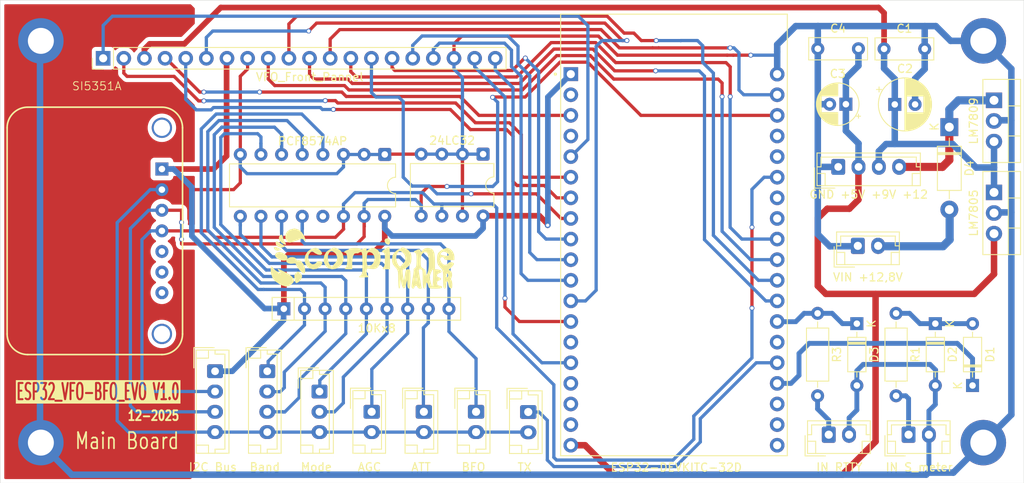
<source format=kicad_pcb>
(kicad_pcb (version 20241229) (generator "pcbnew") (generator_version "9.0")
  (layers (0 "F.Cu" signal) (2 "B.Cu" signal) (13 "F.Paste" user) (15 "B.Paste" user) (5 "F.SilkS" user "F.Silkscreen") (7 "B.SilkS" user "B.Silkscreen") (1 "F.Mask" user) (3 "B.Mask" user) (25 "Edge.Cuts" user))
  (net 0 "")
  (net 1 "+9V")
  (net 2 "GND")
  (net 3 "+5V")
  (net 4 "Net-(D4-A)")
  (net 5 "Net-(D1-A)")
  (net 6 "METER")
  (net 7 "Net-(J5-Pin_1)")
  (net 8 "Net-(J6-Pin_1)")
  (net 9 "Net-(J8-Pin_1)")
  (net 10 "CLK")
  (net 11 "Net-(J2-Pin_2)")
  (net 12 "SDA")
  (net 13 "SCL")
  (net 14 "+3.3V")
  (net 15 "Net-(J2-Pin_3)")
  (net 16 "DT")
  (net 17 "SW_STEP")
  (net 18 "CLK-2")
  (net 19 "DT-2")
  (net 20 "SW_BAND")
  (net 21 "SW_MODE")
  (net 22 "SW_AGC")
  (net 23 "SW_ATT")
  (net 24 "SW_SCAN")
  (net 29 "SW_RTTY_CW")
  (net 31 "SCK")
  (net 32 "D{slash}C")
  (net 33 "TX")
  (net 34 "Net-(J3-Pin_1)")
  (net 37 "MOSI")
  (net 42 "RST")
  (net 43 "CS")
  (net 48 "RTTY IN")
  (net 49 "Net-(J2-Pin_1)")
  (net 50 "Net-(J3-Pin_2)")
  (net 51 "Net-(J4-Pin_1)")
  (net 54 "+12V")
  (net 56 "Net-(J9-Pin_1)")
  (footprint "Connector_JST:JST_EH_B2B-EH-A_1x02_P2.50mm_Vertical" (layer "F.Cu") (at 195.3006 112.522)
    (property "Reference" "J9")
    (property "Value" "IN S_meter")
  )
  (footprint "Connector_JST:JST_EH_B2B-EH-A_1x02_P2.50mm_Vertical" (layer "F.Cu") (at 142.063725 109.702619 -90)
    (property "Reference" "J6")
    (property "Value" "BFO")
  )
  (footprint "Capacitor_THT:C_Rect_L7.0mm_W2.5mm_P5.00mm" (layer "F.Cu") (at 189.127086 64.973027 180)
    (property "Reference" "C4")
    (property "Value" "100nF")
  )
  (footprint "Connector_JST:JST_EH_B4B-EH-A_1x04_P2.50mm_Vertical" (layer "F.Cu") (at 116.365027 104.702619 -90)
    (property "Reference" "J2")
    (property "Value" "Band")
  )
  (footprint "Package_TO_SOT_THT:TO-220-3_Vertical" (layer "F.Cu") (at 205.812829 71.325464 -90)
    (property "Reference" "U3")
    (property "Value" "LM7809")
  )
  (footprint "Connector_JST:JST_EH_B3B-EH-A_1x03_P2.50mm_Vertical" (layer "F.Cu") (at 122.789701 107.202619 -90)
    (property "Reference" "J3")
    (property "Value" "Mode")
  )
  (footprint "Connector_PinHeader_2.54mm:PinHeader_1x20_P2.54mm_Vertical" (layer "F.Cu") (at 96.1688 66.1444 90)
    (property "Reference" "J12")
    (property "Value" "VFO_Front_Pannel")
  )
  (footprint "Connector_JST:JST_EH_B4B-EH-A_1x04_P2.50mm_Vertical" (layer "F.Cu") (at 109.940352 104.702619 -90)
    (property "Reference" "J1")
    (property "Value" "I2C Bus")
  )
  (footprint "-Loghi personali:Scorpione Maker_40X20" (layer "F.Cu") (at 128.016 91.1352)
    (property "Reference" "G***" (hide yes))
    (property "Value" "LOGO" (hide yes))
  )
  (footprint "-Periferial_Module:si5351a_Module" (layer "F.Cu") (at 103.397 100.1096 90)
    (property "Reference" "M1" (hide yes))
    (property "Value" "Si5351A module" (hide yes))
  )
  (footprint "MountingHole:MountingHole_3.2mm_M3_DIN965_Pad_TopBottom" (layer "F.Cu") (at 88.5 113.5 180)
    (property "Reference" "H2")
    (property "Value" "MountingHole_Pad" (hide yes))
  )
  (footprint "Connector_JST:JST_EH_B4B-EH-A_1x04_P2.50mm_Vertical" (layer "F.Cu") (at 186.6392 79.5274)
    (property "Reference" "J11")
    (property "Value" "GND +5V +9V +12")
  )
  (footprint "Resistor_THT:R_Axial_DIN0207_L6.3mm_D2.5mm_P10.16mm_Horizontal" (layer "F.Cu") (at 184.10297 97.571 -90)
    (property "Reference" "R3")
    (property "Value" "1K")
  )
  (footprint "Capacitor_THT:CP_Radial_D6.3mm_P2.50mm" (layer "F.Cu") (at 193.601286 71.831027)
    (property "Reference" "C2")
    (property "Value" "220uF 16V")
  )
  (footprint "Connector_JST:JST_EH_B2B-EH-A_1x02_P2.50mm_Vertical" (layer "F.Cu") (at 135.639051 109.702619 -90)
    (property "Reference" "J5")
    (property "Value" "ATT")
  )
  (footprint "-ESP32_Module:MODULE_ESP32-DEVKITC-32D" (layer "F.Cu") (at 166.4252 87.8602)
    (property "Reference" "U1")
    (property "Value" "ESP32-DEVKITC-32D")
  )
  (footprint "MountingHole:MountingHole_3.2mm_M3_DIN965_Pad_TopBottom" (layer "F.Cu") (at 204.5 113.5 180)
    (property "Reference" "H1")
    (property "Value" "MountingHole_Pad" (hide yes))
  )
  (footprint "Connector_JST:JST_EH_B2B-EH-A_1x02_P2.50mm_Vertical" (layer "F.Cu") (at 189.0522 89.2556)
    (property "Reference" "J10")
    (property "Value" "VIN +12,8V")
  )
  (footprint "Capacitor_THT:CP_Radial_D5.0mm_P2.00mm" (layer "F.Cu") (at 187.582199 71.805627 180)
    (property "Reference" "C3")
    (property "Value" "100uF 10V")
  )
  (footprint "Package_DIP:DIP-8_W7.62mm" (layer "F.Cu") (at 142.9302 77.9554 -90)
    (property "Reference" "U5")
    (property "Value" "24LC32")
  )
  (footprint "Diode_THT:D_DO-35_SOD27_P7.62mm_Horizontal" (layer "F.Cu") (at 188.93247 98.841 -90)
    (property "Reference" "D3")
    (property "Value" "3.3V")
  )
  (footprint "Connector_JST:JST_EH_B2B-EH-A_1x02_P2.50mm_Vertical" (layer "F.Cu") (at 185.47457 112.522)
    (property "Reference" "J8")
    (property "Value" "IN RTTY")
  )
  (footprint "MountingHole:MountingHole_3.2mm_M3_DIN965_Pad_TopBottom" (layer "F.Cu") (at 88.5 64 180)
    (property "Reference" "H4")
    (property "Value" "MountingHole_Pad" (hide yes))
  )
  (footprint "Capacitor_THT:C_Rect_L7.0mm_W2.5mm_P5.00mm" (layer "F.Cu") (at 192.283665 64.987627)
    (property "Reference" "C1")
    (property "Value" "100nF")
  )
  (footprint "Package_TO_SOT_THT:TO-220-3_Vertical" (layer "F.Cu") (at 205.812829 82.671464 -90)
    (property "Reference" "U4")
    (property "Value" "LM7805")
  )
  (footprint "Diode_THT:D_DO-41_SOD81_P10.16mm_Horizontal" (layer "F.Cu") (at 200.314229 74.627464 -90)
    (property "Reference" "D4")
    (property "Value" "1N4007")
  )
  (footprint "Connector_JST:JST_EH_B2B-EH-A_1x02_P2.50mm_Vertical" (layer "F.Cu") (at 129.214376 109.702619 -90)
    (property "Reference" "J4")
    (property "Value" "AGC")
  )
  (footprint "MountingHole:MountingHole_3.2mm_M3_DIN965_Pad_TopBottom" (layer "F.Cu") (at 204.5 64 180)
    (property "Reference" "H3")
    (property "Value" "MountingHole_Pad" (hide yes))
  )
  (footprint "Package_DIP:DIP-16_W7.62mm" (layer "F.Cu") (at 130.8282 77.9958 -90)
    (property "Reference" "U2")
    (property "Value" "PCF8574AP")
  )
  (footprint "Resistor_THT:R_Axial_DIN0207_L6.3mm_D2.5mm_P10.16mm_Horizontal" (layer "F.Cu") (at 193.76197 97.571 -90)
    (property "Reference" "R1")
    (property "Value" "1K")
  )
  (footprint "Resistor_THT:R_Array_SIP9" (layer "F.Cu") (at 118.4076 97.0122)
    (property "Reference" "RN1")
    (property "Value" "10Kx8")
  )
  (footprint "Diode_THT:D_DO-35_SOD27_P7.62mm_Horizontal" (layer "F.Cu") (at 203.17097 106.461 90)
    (property "Reference" "D1")
    (property "Value" "1N4148")
  )
  (footprint "Connector_JST:JST_EH_B2B-EH-A_1x02_P2.50mm_Vertical" (layer "F.Cu") (at 148.4884 109.728 -90)
    (property "Reference" "J7")
    (property "Value" "TX")
  )
  (footprint "Diode_THT:D_DO-35_SOD27_P7.62mm_Horizontal" (layer "F.Cu") (at 198.59147 98.841 -90)
    (property "Reference" "D2")
    (property "Value" "3.3V")
  )
  (gr_rect (start 83.4954 58.9894) (end 209.4954 118.4894) (stroke (width 0.05)) (fill no) (layer "Edge.Cuts"))
  (gr_text "12-2025" (at 102.362 110.879175 0) (layer "F.SilkS") (effects (font (size 1.2 0.9) (thickness 0.225) (bold yes)) (justify bottom)))
  (gr_text "Main Board" (at 92.583 114.4524 0) (layer "F.SilkS") (effects (font (size 2 1.5) (thickness 0.2)) (justify left bottom)))
  (gr_text "ESP32_VFO-BFO_EVO V1.0" (at 95.5294 108.4072 0) (layer "F.SilkS" knockout) (effects (font (size 2 1) (thickness 0.25) (bold yes)) (justify bottom)))
  (segment (start 101.2488 66.1444) (end 101.2488 65.0196) (width 0.7) (layer "F.Cu") (net 1))
  (segment (start 106.172 64.3636) (end 110.6424 59.8932) (width 0.7) (layer "F.Cu") (net 1))
  (segment (start 101.9048 64.3636) (end 106.172 64.3636) (width 0.7) (layer "F.Cu") (net 1))
  (segment (start 101.2488 65.0196) (end 101.9048 64.3636) (width 0.7) (layer "F.Cu") (net 1))
  (segment (start 192.283665 60.559265) (end 192.283665 64.987627) (width 0.7) (layer "F.Cu") (net 1))
  (segment (start 110.6424 59.8932) (end 191.6176 59.8932) (width 0.7) (layer "F.Cu") (net 1))
  (segment (start 191.6176 59.8932) (end 192.283665 60.559265) (width 0.7) (layer "F.Cu") (net 1))
  (segment (start 193.601286 68.709486) (end 193.601286 71.831027) (width 0.8) (layer "B.Cu") (net 1))
  (segment (start 192.283665 67.391865) (end 193.601286 68.709486) (width 0.8) (layer "B.Cu") (net 1))
  (segment (start 191.6392 77.6008) (end 191.6392 79.5274) (width 0.8) (layer "B.Cu") (net 1))
  (segment (start 193.5988 71.833513) (end 193.601286 71.831027) (width 0.8) (layer "B.Cu") (net 1))
  (segment (start 205.8162 82.668093) (end 205.812829 82.671464) (width 0.8) (layer "B.Cu") (net 1))
  (segment (start 205.8162 76.408835) (end 205.8162 82.668093) (width 0.8) (layer "B.Cu") (net 1))
  (segment (start 200.7108 76.708) (end 192.532 76.708) (width 0.8) (layer "B.Cu") (net 1))
  (segment (start 192.532 76.708) (end 191.6392 77.6008) (width 0.8) (layer "B.Cu") (net 1))
  (segment (start 205.8162 79.6036) (end 203.6064 79.6036) (width 0.8) (layer "B.Cu") (net 1))
  (segment (start 193.5988 76.708) (end 193.5988 71.833513) (width 0.8) (layer "B.Cu") (net 1))
  (segment (start 192.283665 64.987627) (end 192.283665 67.391865) (width 0.8) (layer "B.Cu") (net 1))
  (segment (start 203.6064 79.6036) (end 200.7108 76.708) (width 0.8) (layer "B.Cu") (net 1))
  (segment (start 205.891293 76.327) (end 205.812829 76.405464) (width 0.8) (layer "B.Cu") (net 1))
  (segment (start 205.812829 76.405464) (end 205.8162 76.408835) (width 0.8) (layer "B.Cu") (net 1))
  (segment (start 135.31 77.9554) (end 130.869 77.9554) (width 0.4) (layer "F.Cu") (net 2))
  (segment (start 130.8282 77.9958) (end 130.8281 77.9957) (width 0.4) (layer "F.Cu") (net 2))
  (segment (start 172.971596 65.7634) (end 159.4678 65.7634) (width 0.4) (layer "F.Cu") (net 2))
  (segment (start 140.3902 81.2652) (end 140.3902 77.9554) (width 0.4) (layer "F.Cu") (net 2))
  (segment (start 157.115 63.4106) (end 140.3046 63.4106) (width 0.4) (layer "F.Cu") (net 2))
  (segment (start 135.3102 77.9554) (end 135.31 77.9554) (width 0.4) (layer "F.Cu") (net 2))
  (segment (start 113.048 68.3588) (end 113.9444 67.4624) (width 0.4) (layer "F.Cu") (net 2))
  (segment (start 113.0482 81.4976) (end 113.0482 77.9958) (width 0.4) (layer "F.Cu") (net 2))
  (segment (start 142.9302 77.9554) (end 142.93 77.9554) (width 0.4) (layer "F.Cu") (net 2))
  (segment (start 130.8281 77.9957) (end 130.828 77.9958) (width 0.4) (layer "F.Cu") (net 2))
  (segment (start 125.7482 77.9958) (end 125.748 77.9958) (width 0.4) (layer "F.Cu") (net 2))
  (segment (start 113.9444 66.1492) (end 113.949 66.1446) (width 0.4) (layer "F.Cu") (net 2))
  (segment (start 113.0482 77.9958) (end 113.048 77.9958) (width 0.4) (layer "F.Cu") (net 2))
  (segment (start 173.71901 65.7644) (end 172.972596 65.7644) (width 0.4) (layer "F.Cu") (net 2))
  (segment (start 113.9444 67.4624) (end 113.9444 66.1492) (width 0.4) (layer "F.Cu") (net 2))
  (segment (start 103.397 82.3296) (end 112.2162 82.3296) (width 0.4) (layer "F.Cu") (net 2))
  (segment (start 173.72001 65.7634) (end 173.71901 65.7644) (width 0.4) (layer "F.Cu") (net 2))
  (segment (start 140.3046 63.4106) (end 139.3488 64.3664) (width 0.4) (layer "F.Cu") (net 2))
  (segment (start 139.3488 64.3664) (end 139.3488 66.1444) (width 0.4) (layer "F.Cu") (net 2))
  (segment (start 175.8738 65.7634) (end 173.72001 65.7634) (width 0.4) (layer "F.Cu") (net 2))
  (segment (start 140.39 81.2654) (end 140.3902 81.2652) (width 0.4) (layer "F.Cu") (net 2))
  (segment (start 159.4678 65.7634) (end 157.115 63.4106) (width 0.4) (layer "F.Cu") (net 2))
  (segment (start 113.048 77.9958) (end 113.048 68.3588) (width 0.4) (layer "F.Cu") (net 2))
  (segment (start 172.972596 65.7644) (end 172.971596 65.7634) (width 0.4) (layer "F.Cu") (net 2))
  (segment (start 140.39 85.5754) (end 140.39 81.2654) (width 0.4) (layer "F.Cu") (net 2))
  (segment (start 113.949 66.1446) (end 113.9488 66.1444) (width 0.4) (layer "F.Cu") (net 2))
  (segment (start 140.3902 85.5754) (end 140.39 85.5754) (width 0.4) (layer "F.Cu") (net 2))
  (segment (start 112.2162 82.3296) (end 113.0482 81.4976) (width 0.4) (layer "F.Cu") (net 2))
  (segment (start 130.869 77.9554) (end 130.8281 77.9957) (width 0.4) (layer "F.Cu") (net 2))
  (segment (start 140.39 81.2654) (end 140.39 77.9554) (width 0.4) (layer "F.Cu") (net 2))
  (via (at 175.8738 65.7634) (size 0.6) (drill 0.4) (layers "F.Cu" "B.Cu") (net 2))
  (segment (start 137.8502 77.9554) (end 135.3102 77.9554) (width 0.4) (layer "B.Cu") (net 2))
  (segment (start 113.8726 80.3684) (end 113.0482 79.544) (width 0.4) (layer "B.Cu") (net 2))
  (segment (start 101.955 82.3296) (end 103.397 82.3296) (width 0.4) (layer "B.Cu") (net 2))
  (segment (start 197.4596 117.4496) (end 197.7136 117.1956) (width 0.8) (layer "B.Cu") (net 2))
  (segment (start 187.9854 110.4392) (end 188.93247 109.49213) (width 0.6) (layer "B.Cu") (net 2))
  (segment (start 184.127086 71.8058) (end 184.127086 79.6036) (width 0.8) (layer "B.Cu") (net 2))
  (segment (start 113.0482 79.544) (end 113.0482 77.9958) (width 0.4) (layer "B.Cu") (net 2))
  (segment (start 197.8006 109.5902) (end 197.8006 112.522) (width 0.6) (layer "B.Cu") (net 2))
  (segment (start 200.4742 64) (end 204.5 64) (width 0.8) (layer "B.Cu") (net 2))
  (segment (start 179.0996 65.7634) (end 179.125 65.738) (width 0.4) (layer "B.Cu") (net 2))
  (segment (start 97.8916 86.393) (end 101.955 82.3296) (width 0.4) (layer "B.Cu") (net 2))
  (segment (start 184.127259 71.805627) (end 185.582199 71.805627) (width 0.8) (layer "B.Cu") (net 2))
  (segment (start 97.8916 110.7948) (end 97.8916 86.393) (width 0.4) (layer "B.Cu") (net 2))
  (segment (start 205.891293 85.133) (end 205.812829 85.211464) (width 0.8) (layer "B.Cu") (net 2))
  (segment (start 198.628 104.5464) (end 198.628 106.42447) (width 0.6) (layer "B.Cu") (net 2))
  (segment (start 142.9302 77.9554) (end 140.3902 77.9554) (width 0.4) (layer "B.Cu") (net 2))
  (segment (start 207.9498 110.0582) (end 204.508 113.5) (width 0.8) (layer "B.Cu") (net 2))
  (segment (start 88.5 113.5) (end 88.5 113.646) (width 0.8) (layer "B.Cu") (net 2))
  (segment (start 205.891293 73.787) (end 205.812829 73.865464) (width 0.8) (layer "B.Cu") (net 2))
  (segment (start 186.237162 79.252362) (end 186.5122 79.5274) (width 0.8) (layer "B.Cu") (net 2))
  (segment (start 204.5 113.508) (end 204.5 113.5) (width 0.8) (layer "B.Cu") (net 2))
  (segment (start 204.508 113.5) (end 204.5 113.5) (width 0.8) (layer "B.Cu") (net 2))
  (segment (start 186.5122 79.5274) (end 186.6392 79.5274) (width 0.8) (layer "B.Cu") (net 2))
  (segment (start 184.127086 87.835686) (end 185.5978 89.3064) (width 0.8) (layer "B.Cu") (net 2))
  (segment (start 128.2882 77.9958) (end 125.7482 77.9958) (width 0.4) (layer "B.Cu") (net 2))
  (segment (start 187.9854 112.51617) (end 187.9854 110.4392) (width 0.6) (layer "B.Cu") (net 2))
  (segment (start 197.283665 64.987627) (end 197.283665 67.473648) (width 0.8) (layer "B.Cu") (net 2))
  (segment (start 149.1488 112.228) (end 149.123419 112.202619) (width 0.4) (layer "B.Cu") (net 2))
  (segment (start 197.8006 112.522) (end 197.8006 117.1086) (width 0.6) (layer "B.Cu") (net 2))
  (segment (start 197.283665 62.202735) (end 197.283665 64.987627) (width 0.8) (layer "B.Cu") (net 2))
  (segment (start 88.3964 113.3964) (end 88.3964 62.6036) (width 0.8) (layer "B.Cu") (net 2))
  (segment (start 198.59147 106.461) (end 198.59147 108.79933) (width 0.6) (layer "B.Cu") (net 2))
  (segment (start 125.7482 77.9958) (end 125.7482 79.5418) (width 0.4) (layer "B.Cu") (net 2))
  (segment (start 88.5 113.646) (end 92.3036 117.4496) (width 0.8) (layer "B.Cu") (net 2))
  (segment (start 184.127086 79.6036) (end 184.127086 87.835686) (width 0.8) (layer "B.Cu") (net 2))
  (segment (start 184.127086 64.973027) (end 184.127086 62.202114) (width 0.8) (layer "B.Cu") (net 2))
  (segment (start 186.6392 79.5274) (end 184.203286 79.5274) (width 0.8) (layer "B.Cu") (net 2))
  (segment (start 207.9498 73.787) (end 205.891293 73.787) (width 0.8) (layer "B.Cu") (net 2))
  (segment (start 207.9498 67.4498) (end 207.9498 110.0582) (width 0.8) (layer "B.Cu") (net 2))
  (segment (start 197.283665 67.473648) (end 196.101286 68.656027) (width 0.8) (layer "B.Cu") (net 2))
  (segment (start 200.8124 117.1956) (end 204.5 113.508) (width 0.8) (layer "B.Cu") (net 2))
  (segment (start 184.127086 71.8058) (end 184.127259 71.805627) (width 0.8) (layer "B.Cu") (net 2))
  (segment (start 139.3488 67.4906) (end 140.3902 68.532) (width 0.4) (layer "B.Cu") (net 2))
  (segment (start 181.4068 62.1792) (end 184.15 62.1792) (width 0.8) (layer "B.Cu") (net 2))
  (segment (start 179.125 68.1002) (end 179.125 65.3314) (width 0.8) (layer "B.Cu") (net 2))
  (segment (start 179.125 64.461) (end 181.4068 62.1792) (width 0.8) (layer "B.Cu") (net 2))
  (segment (start 197.945 103.8634) (end 198.628 104.5464) (width 0.6) (layer "B.Cu") (net 2))
  (segment (start 179.125 68.1006) (end 179.125 68.1002) (width 0.8) (layer "B.Cu") (net 2))
  (segment (start 140.3902 77.9554) (end 137.8502 77.9554) (width 0.4) (layer "B.Cu") (net 2))
  (segment (start 185.5978 89.3064) (end 189.0014 89.3064) (width 0.8) (layer "B.Cu") (net 2))
  (segment (start 184.203286 79.5274) (end 184.127086 79.6036) (width 0.8) (layer "B.Cu") (net 2))
  (segment (start 139.3488 66.1444) (end 139.3488 67.4906) (width 0.4) (layer "B.Cu") (net 2))
  (segment (start 140.3902 68.532) (end 140.3902 77.9554) (width 0.4) (layer "B.Cu") (net 2))
  (segment (start 187.82437 112.6772) (end 187.9854 112.51617) (width 0.6) (layer "B.Cu") (net 2))
  (segment (start 184.127086 64.973027) (end 184.127086 71.8058) (width 0.8) (layer "B.Cu") (net 2))
  (segment (start 197.3072 62.1792) (end 197.283665 62.202735) (width 0.8) (layer "B.Cu") (net 2))
  (segment (start 188.93247 109.49213) (end 188.93247 104.64073) (width 0.6) (layer "B.Cu") (net 2))
  (segment (start 196.101286 68.656027) (end 196.101286 71.831027) (width 0.8) (layer "B.Cu") (net 2))
  (segment (start 184.127086 62.202114) (end 184.15 62.1792) (width 0.8) (layer "B.Cu") (net 2))
  (segment (start 130.8282 77.9958) (end 128.2882 77.9958) (width 0.4) (layer "B.Cu") (net 2))
  (segment (start 109.940352 112.202619) (end 99.299419 112.202619) (width 0.4) (layer "B.Cu") (net 2))
  (segment (start 188.93247 104.64073) (end 189.7098 103.8634) (width 0.6) (layer "B.Cu") (net 2))
  (segment (start 207.9498 85.133) (end 205.891293 85.133) (width 0.8) (layer "B.Cu") (net 2))
  (segment (start 99.299419 112.202619) (end 97.8916 110.7948) (width 0.4) (layer "B.Cu") (net 2))
  (segment (start 88.5 113.5) (end 88.3964 113.3964) (width 0.8) (layer "B.Cu") (net 2))
  (segment (start 189.0014 89.3064) (end 189.0522 89.2556) (width 0.8) (layer "B.Cu") (net 2))
  (segment (start 92.3036 117.4496) (end 197.4596 117.4496) (width 0.8) (layer "B.Cu") (net 2))
  (segment (start 124.9216 80.3684) (end 113.8726 80.3684) (width 0.4) (layer "B.Cu") (net 2))
  (segment (start 125.7482 79.5418) (end 124.9216 80.3684) (width 0.4) (layer "B.Cu") (net 2))
  (segment (start 179.125 65.738) (end 179.125 65.3314) (width 0.4) (layer "B.Cu") (net 2))
  (segment (start 179.1252 68.1002) (end 179.125 68.1002) (width 0.4) (layer "B.Cu") (net 2))
  (segment (start 197.7136 117.1956) (end 200.8124 117.1956) (width 0.8) (layer "B.Cu") (net 2))
  (segment (start 198.628 106.42447) (end 198.59147 106.461) (width 0.6) (layer "B.Cu") (net 2))
  (segment (start 204.5 64) (end 207.9498 67.4498) (width 0.8) (layer "B.Cu") (net 2))
  (segment (start 175.8738 65.7634) (end 179.0996 65.7634) (width 0.4) (layer "B.Cu") (net 2))
  (segment (start 198.59147 108.79933) (end 197.8006 109.5902) (width 0.6) (layer "B.Cu") (net 2))
  (segment (start 184.15 62.1792) (end 198.6534 62.1792) (width 0.8) (layer "B.Cu") (net 2))
  (segment (start 179.125 65.3314) (end 179.125 64.461) (width 0.8) (layer "B.Cu") (net 2))
  (segment (start 149.123419 112.202619) (end 109.940352 112.202619) (width 0.4) (layer "B.Cu") (net 2))
  (segment (start 198.6534 62.1792) (end 200.4742 64) (width 0.8) (layer "B.Cu") (net 2))
  (segment (start 197.8006 117.1086) (end 197.7136 117.1956) (width 0.6) (layer "B.Cu") (net 2))
  (segment (start 189.7098 103.8634) (end 197.945 103.8634) (width 0.6) (layer "B.Cu") (net 2))
  (segment (start 187.1544 117.4496) (end 191.2366 113.3674) (width 0.8) (layer "F.Cu") (net 3))
  (segment (start 185.293 84.6836) (end 188.0108 84.6836) (width 0.8) (layer "F.Cu") (net 3))
  (segment (start 189.1284 83.566) (end 189.1284 79.5382) (width 0.8) (layer "F.Cu") (net 3))
  (segment (start 191.2366 95.1738) (end 185.1152 95.1738) (width 0.8) (layer "F.Cu") (net 3))
  (segment (start 153.725 113.8202) (end 155.4762 113.8202) (width 0.8) (layer "F.Cu") (net 3))
  (segment (start 191.2366 95.1738) (end 203.3778 95.1738) (width 0.8) (layer "F.Cu") (net 3))
  (segment (start 185.1152 95.1738) (end 184.1246 94.1832) (width 0.8) (layer "F.Cu") (net 3))
  (segment (start 189.1284 79.5382) (end 189.1392 79.5274) (width 0.8) (layer "F.Cu") (net 3))
  (segment (start 184.1246 94.1832) (end 184.1246 85.852) (width 0.8) (layer "F.Cu") (net 3))
  (segment (start 159.1056 117.4496) (end 187.1544 117.4496) (width 0.8) (layer "F.Cu") (net 3))
  (segment (start 205.8162 92.7354) (end 205.8162 87.754835) (width 0.8) (layer "F.Cu") (net 3))
  (segment (start 155.4762 113.8202) (end 159.1056 117.4496) (width 0.8) (layer "F.Cu") (net 3))
  (segment (start 205.8162 87.754835) (end 205.812829 87.751464) (width 0.8) (layer "F.Cu") (net 3))
  (segment (start 184.1246 85.852) (end 185.293 84.6836) (width 0.8) (layer "F.Cu") (net 3))
  (segment (start 203.4286 95.123) (end 205.8162 92.7354) (width 0.8) (layer "F.Cu") (net 3))
  (segment (start 203.3778 95.1738) (end 203.4286 95.123) (width 0.8) (layer "F.Cu") (net 3))
  (segment (start 188.0108 84.6836) (end 189.1284 83.566) (width 0.8) (layer "F.Cu") (net 3))
  (segment (start 191.2366 113.3674) (end 191.2366 95.1738) (width 0.8) (layer "F.Cu") (net 3))
  (segment (start 187.582199 75.085599) (end 189.1392 76.6426) (width 0.8) (layer "B.Cu") (net 3))
  (segment (start 187.582199 68.602201) (end 187.582199 71.805627) (width 0.8) (layer "B.Cu") (net 3))
  (segment (start 187.582199 71.805627) (end 187.582199 75.085599) (width 0.8) (layer "B.Cu") (net 3))
  (segment (start 189.127086 67.057314) (end 187.582199 68.602201) (width 0.8) (layer "B.Cu") (net 3))
  (segment (start 189.127086 64.973027) (end 189.127086 67.057314) (width 0.8) (layer "B.Cu") (net 3))
  (segment (start 189.1392 76.6426) (end 189.1392 79.5274) (width 0.8) (layer "B.Cu") (net 3))
  (segment (start 199.5424 89.3064) (end 200.3552 88.4936) (width 1) (layer "B.Cu") (net 4))
  (segment (start 191.603 89.3064) (end 199.5424 89.3064) (width 1) (layer "B.Cu") (net 4))
  (segment (start 191.5522 89.2556) (end 191.603 89.3064) (width 0.8) (layer "B.Cu") (net 4))
  (segment (start 200.3552 84.828435) (end 200.314229 84.787464) (width 1) (layer "B.Cu") (net 4))
  (segment (start 200.3552 88.4936) (end 200.3552 84.828435) (width 1) (layer "B.Cu") (net 4))
  (segment (start 198.59147 98.841) (end 196.69057 98.841) (width 0.6) (layer "B.Cu") (net 5))
  (segment (start 195.42057 97.571) (end 193.76197 97.571) (width 0.6) (layer "B.Cu") (net 5))
  (segment (start 196.69057 98.841) (end 195.42057 97.571) (width 0.6) (layer "B.Cu") (net 5))
  (segment (start 203.17097 98.841) (end 198.59147 98.841) (width 0.6) (layer "B.Cu") (net 5))
  (segment (start 183.055 101.2726) (end 181.8132 102.5144) (width 0.6) (layer "B.Cu") (net 6))
  (segment (start 203.1746 106.45737) (end 203.1746 103.1478) (width 0.6) (layer "B.Cu") (net 6))
  (segment (start 181.8132 105.214) (end 180.827 106.2002) (width 0.6) (layer "B.Cu") (net 6))
  (segment (start 180.827 106.2002) (end 179.1252 106.2002) (width 0.6) (layer "B.Cu") (net 6))
  (segment (start 203.17097 106.461) (end 203.1746 106.45737) (width 0.6) (layer "B.Cu") (net 6))
  (segment (start 181.8132 102.5144) (end 181.8132 105.214) (width 0.6) (layer "B.Cu") (net 6))
  (segment (start 201.2994 101.2726) (end 183.055 101.2726) (width 0.6) (layer "B.Cu") (net 6))
  (segment (start 203.1746 103.1478) (end 201.2994 101.2726) (width 0.6) (layer "B.Cu") (net 6))
  (segment (start 179.1252 106.2002) (end 179.125 106.2002) (width 0.6) (layer "B.Cu") (net 6))
  (segment (start 136.188 98.7464) (end 136.188 90.9998) (width 0.4) (layer "B.Cu") (net 7))
  (segment (start 135.0036 89.8154) (end 118.722 89.8154) (width 0.4) (layer "B.Cu") (net 7))
  (segment (start 135.5852 109.702619) (end 135.5852 99.3492) (width 0.4) (layer "B.Cu") (net 7))
  (segment (start 136.188 90.9998) (end 135.0036 89.8154) (width 0.4) (layer "B.Cu") (net 7))
  (segment (start 118.128 89.2214) (end 118.128 87.4186) (width 0.4) (layer "B.Cu") (net 7))
  (segment (start 118.722 89.8154) (end 118.128 89.2214) (width 0.4) (layer "B.Cu") (net 7))
  (segment (start 118.1282 87.4184) (end 118.1282 85.6158) (width 0.4) (layer "B.Cu") (net 7))
  (segment (start 135.608648 109.702619) (end 135.5852 109.702619) (width 0.4) (layer "B.Cu") (net 7))
  (segment (start 118.128 87.4186) (end 118.128 85.6158) (width 0.4) (layer "B.Cu") (net 7))
  (segment (start 135.5852 99.3492) (end 136.188 98.7464) (width 0.4) (layer "B.Cu") (net 7))
  (segment (start 136.188 98.7464) (end 136.1876 98.746) (width 0.4) (layer "B.Cu") (net 7))
  (segment (start 136.1876 98.746) (end 136.1876 97.0122) (width 0.4) (layer "B.Cu") (net 7))
  (segment (start 118.128 87.4186) (end 118.1282 87.4184) (width 0.4) (layer "B.Cu") (net 7))
  (segment (start 138.728 90.06) (end 137.6824 89.0144) (width 0.4) (layer "B.Cu") (net 8))
  (segment (start 120.6682 87.1517) (end 120.6682 85.6158) (width 0.4) (layer "B.Cu") (net 8))
  (segment (start 120.668 87.1519) (end 120.6682 87.1517) (width 0.4) (layer "B.Cu") (net 8))
  (segment (start 142.063725 103.149325) (end 142.063725 109.702619) (width 0.4) (layer "B.Cu") (net 8))
  (segment (start 138.728 99.8136) (end 142.063725 103.149325) (width 0.4) (layer "B.Cu") (net 8))
  (segment (start 138.728 97.0122) (end 138.728 90.06) (width 0.4) (layer "B.Cu") (net 8))
  (segment (start 138.7276 97.0122) (end 138.728 97.0122) (width 0.4) (layer "B.Cu") (net 8))
  (segment (start 120.668 87.1519) (end 120.668 85.6158) (width 0.4) (layer "B.Cu") (net 8))
  (segment (start 120.668 88.688) (end 120.668 87.1519) (width 0.4) (layer "B.Cu") (net 8))
  (segment (start 138.728 97.0122) (end 138.728 99.8136) (width 0.4) (layer "B.Cu") (net 8))
  (segment (start 137.6824 89.0144) (end 120.995 89.0144) (width 0.4) (layer "B.Cu") (net 8))
  (segment (start 120.995 89.0144) (end 120.668 88.688) (width 0.4) (layer "B.Cu") (net 8))
  (segment (start 184.0992 109.347) (end 185.4708 110.7186) (width 0.6) (layer "B.Cu") (net 9))
  (segment (start 184.0992 107.731) (end 184.0992 109.347) (width 0.6) (layer "B.Cu") (net 9))
  (segment (start 185.4708 110.7186) (end 185.4708 111.9374) (width 0.6) (layer "B.Cu") (net 9))
  (segment (start 155.829 62.1284) (end 155.829 76.1564) (width 0.4) (layer "B.Cu") (net 10))
  (segment (start 155.829 76.1564) (end 153.7252 78.2602) (width 0.4) (layer "B.Cu") (net 10))
  (segment (start 96.1688 62.0986) (end 97.3074 60.96) (width 0.4) (layer "B.Cu") (net 10))
  (segment (start 154.6606 60.96) (end 155.829 62.1284) (width 0.4) (layer "B.Cu") (net 10))
  (segment (start 96.1688 66.1444) (end 96.1688 62.0986) (width 0.4) (layer "B.Cu") (net 10))
  (segment (start 97.3074 60.96) (end 154.6606 60.96) (width 0.4) (layer "B.Cu") (net 10))
  (segment (start 118.4656 104.8004) (end 123.488 99.778) (width 0.4) (layer "B.Cu") (net 11))
  (segment (start 109.045 75.1812) (end 110.4138 73.8124) (width 0.4) (layer "B.Cu") (net 11))
  (segment (start 116.499474 107.227) (end 117.9694 107.227) (width 0.4) (layer "B.Cu") (net 11))
  (segment (start 123.488 94.3526) (end 122.9676 93.8322) (width 0.4) (layer "B.Cu") (net 11))
  (segment (start 110.4138 73.8124) (end 118.7958 73.8124) (width 0.4) (layer "B.Cu") (net 11))
  (segment (start 123.488 99.778) (end 123.488 97.0122) (width 0.4) (layer "B.Cu") (net 11))
  (segment (start 109.045 87.3058) (end 109.045 75.1812) (width 0.4) (layer "B.Cu") (net 11))
  (segment (start 122.9676 93.8322) (end 115.571 93.8322) (width 0.4) (layer "B.Cu") (net 11))
  (segment (start 118.4656 106.7308) (end 118.4656 104.8004) (width 0.4) (layer "B.Cu") (net 11))
  (segment (start 117.9694 107.227) (end 118.4656 106.7308) (width 0.4) (layer "B.Cu") (net 11))
  (segment (start 118.7958 73.8124) (end 120.668 75.6846) (width 0.4) (layer "B.Cu") (net 11))
  (segment (start 123.488 97.0122) (end 123.488 94.3526) (width 0.4) (layer "B.Cu") (net 11))
  (segment (start 120.668 77.9958) (end 120.6682 77.9958) (width 0.4) (layer "B.Cu") (net 11))
  (segment (start 120.668 75.6846) (end 120.668 77.9958) (width 0.4) (layer "B.Cu") (net 11))
  (segment (start 116.475093 107.202619) (end 116.499474 107.227) (width 0.4) (layer "B.Cu") (net 11))
  (segment (start 116.647152 107.202619) (end 116.475093 107.202619) (width 0.4) (layer "B.Cu") (net 11))
  (segment (start 115.571 93.8322) (end 109.045 87.3058) (width 0.4) (layer "B.Cu") (net 11))
  (segment (start 123.4876 97.0122) (end 123.488 97.0122) (width 0.4) (layer "B.Cu") (net 11))
  (segment (start 136.1525 81.9391) (end 135.3102 82.7814) (width 0.4) (layer "F.Cu") (net 12))
  (segment (start 127.399 89.0162) (end 128.288 88.127) (width 0.4) (layer "F.Cu") (net 12))
  (segment (start 105.831 89.0162) (end 127.399 89.0162) (width 0.4) (layer "F.Cu") (net 12))
  (segment (start 105.8164 86.36) (end 105.8164 84.8868) (width 0.4) (layer "F.Cu") (net 12))
  (segment (start 144.106303 70.9168) (end 148.1074 70.9168) (width 0.4) (layer "F.Cu") (net 12))
  (segment (start 105.7992 84.8696) (end 103.397 84.8696) (width 0.4) (layer "F.Cu") (net 12))
  (segment (start 105.8164 84.8868) (end 105.7992 84.8696) (width 0.4) (layer "F.Cu") (net 12))
  (segment (start 105.8164 89.0016) (end 105.831 89.0162) (width 0.4) (layer "F.Cu") (net 12))
  (segment (start 152.4 66.6242) (end 155.7938 66.6242) (width 0.4) (layer "F.Cu") (net 12))
  (segment (start 144.106303 70.9493) (end 144.106303 70.9168) (width 0.4) (layer "F.Cu") (net 12))
  (segment (start 135.3102 82.7814) (end 135.3102 85.5754) (width 0.4) (layer "F.Cu") (net 12))
  (segment (start 128.288 85.6158) (end 128.288 86.8714) (width 0.4) (layer "F.Cu") (net 12))
  (segment (start 128.288 88.127) (end 128.288 86.8714) (width 0.4) (layer "F.Cu") (net 12))
  (segment (start 105.8164 88.4428) (end 105.8164 89.0016) (width 0.4) (layer "F.Cu") (net 12))
  (segment (start 148.1074 70.9168) (end 152.4 66.6242) (width 0.4) (layer "F.Cu") (net 12))
  (segment (start 128.288 86.8714) (end 128.2882 86.8712) (width 0.4) (layer "F.Cu") (net 12))
  (segment (start 155.7938 66.6242) (end 162.3498 73.1802) (width 0.4) (layer "F.Cu") (net 12))
  (segment (start 128.2882 86.8712) (end 128.2882 85.6158) (width 0.4) (layer "F.Cu") (net 12))
  (segment (start 162.3498 73.1802) (end 179.1252 73.1802) (width 0.4) (layer "F.Cu") (net 12))
  (segment (start 138.4791 81.9391) (end 136.1525 81.9391) (width 0.4) (layer "F.Cu") (net 12))
  (via (at 105.8164 88.4428) (size 0.6) (drill 0.4) (layers "F.Cu" "B.Cu") (net 12))
  (via (at 138.4791 81.9391) (size 0.6) (drill 0.4) (layers "F.Cu" "B.Cu") (net 12))
  (via (at 144.106303 70.9493) (size 0.6) (drill 0.4) (layers "F.Cu" "B.Cu") (net 12))
  (via (at 105.8164 86.36) (size 0.6) (drill 0.4) (layers "F.Cu" "B.Cu") (net 12))
  (segment (start 144.1281 81.9391) (end 138.4791 81.9391) (width 0.4) (layer "B.Cu") (net 12))
  (segment (start 100.253819 109.702619) (end 99.5172 108.966) (width 0.4) (layer "B.Cu") (net 12))
  (segment (start 144.106303 70.9493) (end 144.7226 71.565597) (width 0.4) (layer "B.Cu") (net 12))
  (segment (start 109.940352 109.702619) (end 100.253819 109.702619) (width 0.4) (layer "B.Cu") (net 12))
  (segment (start 134.599 83.5434) (end 135.31 84.2546) (width 0.4) (layer "B.Cu") (net 12))
  (segment (start 144.7082 73.7526) (end 144.7082 81.359) (width 0.4) (layer "B.Cu") (net 12))
  (segment (start 105.8164 86.36) (end 105.8164 88.4428) (width 0.4) (layer "B.Cu") (net 12))
  (segment (start 128.2882 85.6158) (end 128.288 85.6158) (width 0.4) (layer "B.Cu") (net 12))
  (segment (start 99.5172 108.966) (end 99.5172 87.122) (width 0.4) (layer "B.Cu") (net 12))
  (segment (start 128.288 85.6158) (end 128.288 84.0122) (width 0.4) (layer "B.Cu") (net 12))
  (segment (start 101.7696 84.8696) (end 103.397 84.8696) (width 0.4) (layer "B.Cu") (net 12))
  (segment (start 135.31 84.2546) (end 135.31 85.5754) (width 0.4) (layer "B.Cu") (net 12))
  (segment (start 128.288 84.0122) (end 128.757 83.5434) (width 0.4) (layer "B.Cu") (net 12))
  (segment (start 144.7082 81.359) (end 144.1281 81.9391) (width 0.4) (layer "B.Cu") (net 12))
  (segment (start 109.915971 109.727) (end 109.940352 109.702619) (width 0.4) (layer "B.Cu") (net 12))
  (segment (start 135.3102 85.5754) (end 135.31 85.5754) (width 0.4) (layer "B.Cu") (net 12))
  (segment (start 99.5172 87.122) (end 101.7696 84.8696) (width 0.4) (layer "B.Cu") (net 12))
  (segment (start 144.7226 71.565597) (end 144.7226 73.7382) (width 0.4) (layer "B.Cu") (net 12))
  (segment (start 109.881 109.727) (end 109.915971 109.727) (width 0.4) (layer "B.Cu") (net 12))
  (segment (start 128.757 83.5434) (end 134.599 83.5434) (width 0.4) (layer "B.Cu") (net 12))
  (segment (start 144.7226 73.7382) (end 144.7082 73.7526) (width 0.4) (layer "B.Cu") (net 12))
  (segment (start 124.757 88.2034) (end 125.76 87.201) (width 0.4) (layer "F.Cu") (net 13))
  (segment (start 125.748 86.4026) (end 125.748 85.6158) (width 0.4) (layer "F.Cu") (net 13))
  (segment (start 109.922 88.2034) (end 124.757 88.2034) (width 0.4) (layer "F.Cu") (net 13))
  (segment (start 125.76 87.201) (end 125.748 87.1894) (width 0.4) (layer "F.Cu") (net 13))
  (segment (start 125.7482 86.4024) (end 125.7482 85.6158) (width 0.4) (layer "F.Cu") (net 13))
  (segment (start 125.748 86.4026) (end 125.7482 86.4024) (width 0.4) (layer "F.Cu") (net 13))
  (segment (start 109.1282 87.4096) (end 103.397 87.4096) (width 0.4) (layer "F.Cu") (net 13))
  (segment (start 176.022 96.9264) (end 176.022 86.9696) (width 0.4) (layer "F.Cu") (net 13))
  (segment (start 109.922 88.2034) (end 109.1282 87.4096) (width 0.4) (layer "F.Cu") (net 13))
  (segment (start 125.748 87.1894) (end 125.748 86.4026) (width 0.4) (layer "F.Cu") (net 13))
  (via (at 176.022 86.9696) (size 0.6) (drill 0.4) (layers "F.Cu" "B.Cu") (net 13))
  (via (at 176.022 96.9264) (size 0.6) (drill 0.4) (layers "F.Cu" "B.Cu") (net 13))
  (segment (start 125.748 85.6158) (end 125.748 85.5181) (width 0.4) (layer "B.Cu") (net 13))
  (segment (start 101.767019 107.202619) (end 100.9396 106.3752) (width 0.4) (layer "B.Cu") (net 13))
  (segment (start 151.9696 115.6476) (end 151.638 115.316) (width 0.4) (layer "B.Cu") (net 13))
  (segment (start 125.748 85.6156) (end 125.748 85.5181) (width 0.4) (layer "B.Cu") (net 13))
  (segment (start 136.8789 84.0961) (end 137.9291 84.0961) (width 0.4) (layer "B.Cu") (net 13))
  (segment (start 109.915971 107.227) (end 109.286 107.227) (width 0.4) (layer "B.Cu") (net 13))
  (segment (start 144.6066 99.3438) (end 144.6066 84.5848) (width 0.4) (layer "B.Cu") (net 13))
  (segment (start 176.022 103.058015) (end 168.8636 110.216415) (width 0.4) (layer "B.Cu") (net 13))
  (segment (start 100.9396 88.4936) (end 102.0236 87.4096) (width 0.4) (layer "B.Cu") (net 13))
  (segment (start 166.2996 115.6476) (end 151.9696 115.6476) (width 0.4) (layer "B.Cu") (net 13))
  (segment (start 176.022 86.9696) (end 176.022 82.296) (width 0.4) (layer "B.Cu") (net 13))
  (segment (start 100.9396 106.3752) (end 100.9396 88.4936) (width 0.4) (layer "B.Cu") (net 13))
  (segment (start 102.0236 87.4096) (end 103.397 87.4096) (width 0.4) (layer "B.Cu") (net 13))
  (segment (start 137.85 84.8134) (end 137.8502 84.8136) (width 0.4) (layer "B.Cu") (net 13))
  (segment (start 144.1179 84.0961) (end 137.9291 84.0961) (width 0.4) (layer "B.Cu") (net 13))
  (segment (start 151.638 115.316) (end 151.638 106.3752) (width 0.4) (layer "B.Cu") (net 13))
  (segment (start 125.748 84.1138) (end 127.1594 82.7024) (width 0.4) (layer "B.Cu") (net 13))
  (segment (start 109.940352 107.202619) (end 101.767019 107.202619) (width 0.4) (layer "B.Cu") (net 13))
  (segment (start 135.4852 82.7024) (end 136.8789 84.0961) (width 0.4) (layer "B.Cu") (net 13))
  (segment (start 125.7482 85.6158) (end 125.748 85.6156) (width 0.4) (layer "B.Cu") (net 13))
  (segment (start 137.8502 84.8136) (end 137.8502 85.5754) (width 0.4) (layer "B.Cu") (net 13))
  (segment (start 176.022 96.9264) (end 176.022 96.8756) (width 0.4) (layer "B.Cu") (net 13))
  (segment (start 137.85 84.1752) (end 137.85 84.8134) (width 0.4) (layer "B.Cu") (net 13))
  (segment (start 125.748 85.5181) (end 125.748 84.1138) (width 0.4) (layer "B.Cu") (net 13))
  (segment (start 137.9291 84.0961) (end 137.85 84.1752) (width 0.4) (layer "B.Cu") (net 13))
  (segment (start 168.8636 113.0836) (end 166.2996 115.6476) (width 0.4) (layer "B.Cu") (net 13))
  (segment (start 144.6066 84.5848) (end 144.1179 84.0961) (width 0.4) (layer "B.Cu") (net 13))
  (segment (start 176.022 82.296) (end 177.5178 80.8002) (width 0.4) (layer "B.Cu") (net 13))
  (segment (start 177.5178 80.8002) (end 179.1252 80.8002) (width 0.4) (layer "B.Cu") (net 13))
  (segment (start 168.8636 110.216415) (end 168.8636 113.0836) (width 0.4) (layer "B.Cu") (net 13))
  (segment (start 137.85 84.8134) (end 137.85 85.5754) (width 0.4) (layer "B.Cu") (net 13))
  (segment (start 127.1594 82.7024) (end 135.4852 82.7024) (width 0.4) (layer "B.Cu") (net 13))
  (segment (start 176.022 96.9264) (end 176.022 103.058015) (width 0.4) (layer "B.Cu") (net 13))
  (segment (start 109.940352 107.202619) (end 109.915971 107.227) (width 0.4) (layer "B.Cu") (net 13))
  (segment (start 151.638 106.3752) (end 144.6066 99.3438) (width 0.4) (layer "B.Cu") (net 13))
  (segment (start 142.9556 85.55) (end 142.9302 85.5754) (width 0.4) (layer "F.Cu") (net 14))
  (segment (start 103.397 79.7896) (end 109.752 79.7896) (width 0.7) (layer "F.Cu") (net 14))
  (segment (start 118.408 93.9539) (end 118.408 90.8956) (width 0.7) (layer "F.Cu") (net 14))
  (segment (start 130.8282 85.6158) (end 130.828 85.6158) (width 0.4) (layer "F.Cu") (net 14))
  (segment (start 149.8628 85.55) (end 142.9556 85.55) (width 0.7) (layer "F.Cu") (net 14))
  (segment (start 150.876 86.5632) (end 149.8628 85.55) (width 0.7) (layer "F.Cu") (net 14))
  (segment (start 118.4076 93.9543) (end 118.4076 97.0122) (width 0.7) (layer "F.Cu") (net 14))
  (segment (start 111.358 78.184) (end 111.358 66.1956) (width 0.7) (layer "F.Cu") (net 14))
  (segment (start 118.408 97.0122) (end 118.408 93.9539) (width 0.4) (layer "F.Cu") (net 14))
  (segment (start 130.828 88.7112) (end 130.828 85.6158) (width 0.7) (layer "F.Cu") (net 14))
  (segment (start 111.358 66.1956) (end 111.409 66.1446) (width 0.4) (layer "F.Cu") (net 14))
  (segment (start 118.408 93.9539) (end 118.4076 93.9543) (width 0.4) (layer "F.Cu") (net 14))
  (segment (start 118.408 90.8956) (end 119.1336 90.17) (width 0.7) (layer "F.Cu") (net 14))
  (segment (start 109.752 79.7896) (end 111.358 78.184) (width 0.7) (layer "F.Cu") (net 14))
  (segment (start 111.4088 66.1444) (end 111.409 66.1446) (width 0.4) (layer "F.Cu") (net 14))
  (segment (start 150.876 86.7156) (end 150.876 86.5632) (width 0.7) (layer "F.Cu") (net 14))
  (segment (start 129.3692 90.17) (end 130.828 88.7112) (width 0.7) (layer "F.Cu") (net 14))
  (segment (start 119.1336 90.17) (end 129.3692 90.17) (width 0.7) (layer "F.Cu") (net 14))
  (via (at 150.876 86.7156) (size 0.6) (drill 0.4) (layers "F.Cu" "B.Cu") (net 14))
  (segment (start 150.9058 70.9196) (end 153.7252 68.1002) (width 0.7) (layer "B.Cu") (net 14))
  (segment (start 141.993 88.0364) (end 142.93 87.0994) (width 0.7) (layer "B.Cu") (net 14))
  (segment (start 130.8282 86.2246) (end 130.8282 85.6158) (width 0.4) (layer "B.Cu") (net 14))
  (segment (start 150.876 86.7156) (end 150.9058 86.6858) (width 0.7) (layer "B.Cu") (net 14))
  (segment (start 104.834 79.7896) (end 103.397 79.7896) (width 0.7) (layer "B.Cu") (net 14))
  (segment (start 142.93 87.0994) (end 142.93 86.9756) (width 0.4) (layer "B.Cu") (net 14))
  (segment (start 118.408 97.0126) (end 118.3726 96.9772) (width 0.4) (layer "B.Cu") (net 14))
  (segment (start 142.9302 85.5754) (end 142.9302 86.9754) (width 0.7) (layer "B.Cu") (net 14))
  (segment (start 112.060981 104.702619) (end 109.940352 104.702619) (width 0.7) (layer "B.Cu") (net 14))
  (segment (start 118.3726 96.9772) (end 118.3726 98.391) (width 0.7) (layer "B.Cu") (net 14))
  (segment (start 107.0864 82.042) (end 104.834 79.7896) (width 0.7) (layer "B.Cu") (net 14))
  (segment (start 109.940352 104.702619) (end 109.915971 104.727) (width 0.4) (layer "B.Cu") (net 14))
  (segment (start 142.93 86.9756) (end 142.93 85.5754) (width 0.4) (layer "B.Cu") (net 14))
  (segment (start 107.0864 88.0364) (end 107.0864 82.042) (width 0.7) (layer "B.Cu") (net 14))
  (segment (start 130.828 87.138551) (end 131.725849 88.0364) (width 0.7) (layer "B.Cu") (net 14))
  (segment (start 150.9058 86.6858) (end 150.9058 70.9196) (width 0.7) (layer "B.Cu") (net 14))
  (segment (start 131.725849 88.0364) (end 141.993 88.0364) (width 0.7) (layer "B.Cu") (net 14))
  (segment (start 116.0272 96.9772) (end 107.0864 88.0364) (width 0.7) (layer "B.Cu") (net 14))
  (segment (start 118.4076 97.0122) (end 118.3726 96.9772) (width 0.4) (layer "B.Cu") (net 14))
  (segment (start 142.9302 86.9754) (end 142.93 86.9756) (width 0.4) (layer "B.Cu") (net 14))
  (segment (start 130.828 86.2248) (end 130.828 87.138551) (width 0.7) (layer "B.Cu") (net 14))
  (segment (start 130.828 86.2248) (end 130.8282 86.2246) (width 0.4) (layer "B.Cu") (net 14))
  (segment (start 118.3726 98.391) (end 112.060981 104.702619) (width 0.7) (layer "B.Cu") (net 14))
  (segment (start 130.828 85.6158) (end 130.828 86.2248) (width 0.4) (layer "B.Cu") (net 14))
  (segment (start 118.3726 96.9772) (end 116.0272 96.9772) (width 0.7) (layer "B.Cu") (net 14))
  (segment (start 126.028 93.5398) (end 125.5194 93.0312) (width 0.4) (layer "B.Cu") (net 15))
  (segment (start 109.846 75.558814) (end 110.744 74.660814) (width 0.4) (layer "B.Cu") (net 15))
  (segment (start 118.128 75.5068) (end 118.128 76.2297) (width 0.4) (layer "B.Cu") (net 15))
  (segment (start 125.5194 93.0312) (end 115.903 93.0312) (width 0.4) (layer "B.Cu") (net 15))
  (segment (start 110.767815 74.637) (end 117.2582 74.637) (width 0.4) (layer "B.Cu") (net 15))
  (segment (start 110.744 74.660814) (end 110.744 74.6506) (width 0.4) (layer "B.Cu") (net 15))
  (segment (start 118.5174 109.727) (end 120.2944 107.95) (width 0.4) (layer "B.Cu") (net 15))
  (segment (start 120.2944 105.7986) (end 126.028 100.065) (width 0.4) (layer "B.Cu") (net 15))
  (segment (start 110.754214 74.6506) (end 110.767815 74.637) (width 0.4) (layer "B.Cu") (net 15))
  (segment (start 118.304815 109.727) (end 118.5174 109.727) (width 0.4) (layer "B.Cu") (net 15))
  (segment (start 118.128 76.2297) (end 118.128 77.9958) (width 0.4) (layer "B.Cu") (net 15))
  (segment (start 126.028 100.065) (end 126.028 97.0122) (width 0.4) (layer "B.Cu") (net 15))
  (segment (start 116.647152 109.702619) (end 118.280434 109.702619) (width 0.4) (layer "B.Cu") (net 15))
  (segment (start 118.280434 109.702619) (end 118.304815 109.727) (width 0.4) (layer "B.Cu") (net 15))
  (segment (start 117.2582 74.637) (end 118.128 75.5068) (width 0.4) (layer "B.Cu") (net 15))
  (segment (start 118.1282 75.507) (end 118.1282 77.9958) (width 0.4) (layer "B.Cu") (net 15))
  (segment (start 120.2944 107.95) (end 120.2944 105.7986) (width 0.4) (layer "B.Cu") (net 15))
  (segment (start 126.028 97.0122) (end 126.028 93.5398) (width 0.4) (layer "B.Cu") (net 15))
  (segment (start 118.128 75.5068) (end 118.1282 75.507) (width 0.4) (layer "B.Cu") (net 15))
  (segment (start 126.0276 97.0122) (end 126.028 97.0122) (width 0.4) (layer "B.Cu") (net 15))
  (segment (start 115.903 93.0312) (end 109.846 86.974) (width 0.4) (layer "B.Cu") (net 15))
  (segment (start 109.846 86.974) (end 109.846 75.558814) (width 0.4) (layer "B.Cu") (net 15))
  (segment (start 110.744 74.6506) (end 110.754214 74.6506) (width 0.4) (layer "B.Cu") (net 15))
  (segment (start 124.753404 71.362604) (end 125.0421 71.6513) (width 0.4) (layer "F.Cu") (net 16))
  (segment (start 108.5596 71.3994) (end 107.9246 71.3994) (width 0.4) (layer "F.Cu") (net 16))
  (segment (start 147.6292 80.5716) (end 147.8578 80.8002) (width 0.4) (layer "F.Cu") (net 16))
  (segment (start 98.7088 67.9748) (end 98.7088 66.1444) (width 0.4) (layer "F.Cu") (net 16))
  (segment (start 139.5471 71.6513) (end 141.9876 74.0918) (width 0.4) (layer "F.Cu") (net 16))
  (segment (start 146.177 74.0918) (end 147.6292 75.544) (width 0.4) (layer "F.Cu") (net 16))
  (segment (start 123.500726 71.362604) (end 124.753404 71.362604) (width 0.4) (layer "F.Cu") (net 16))
  (segment (start 147.6292 75.544) (end 147.6292 80.5716) (width 0.4) (layer "F.Cu") (net 16))
  (segment (start 104.902 68.3768) (end 99.1108 68.3768) (width 0.4) (layer "F.Cu") (net 16))
  (segment (start 147.8578 80.8002) (end 153.7252 80.8002) (width 0.4) (layer "F.Cu") (net 16))
  (segment (start 99.1108 68.3768) (end 98.7088 67.9748) (width 0.4) (layer "F.Cu") (net 16))
  (segment (start 107.9246 71.3994) (end 104.902 68.3768) (width 0.4) (layer "F.Cu") (net 16))
  (segment (start 141.9876 74.0918) (end 146.177 74.0918) (width 0.4) (layer "F.Cu") (net 16))
  (segment (start 125.0421 71.6513) (end 139.5471 71.6513) (width 0.4) (layer "F.Cu") (net 16))
  (via (at 123.500726 71.362604) (size 0.6) (drill 0.4) (layers "F.Cu" "B.Cu") (net 16))
  (via (at 108.5596 71.3994) (size 0.6) (drill 0.4) (layers "F.Cu" "B.Cu") (net 16))
  (segment (start 123.494182 71.362604) (end 123.500726 71.362604) (width 0.4) (layer "B.Cu") (net 16))
  (segment (start 123.470986 71.3858) (end 123.494182 71.362604) (width 0.4) (layer "B.Cu") (net 16))
  (segment (start 108.5596 71.3994) (end 108.5732 71.3858) (width 0.4) (layer "B.Cu") (net 16))
  (segment (start 108.5732 71.3858) (end 123.470986 71.3858) (width 0.4) (layer "B.Cu") (net 16))
  (segment (start 150.474 81.8162) (end 151.998 83.3402) (width 0.4) (layer "F.Cu") (net 17))
  (segment (start 124.5 72.4523) (end 138.9003 72.4523) (width 0.4) (layer "F.Cu") (net 17))
  (segment (start 145.8214 74.93) (end 146.6132 75.7218) (width 0.4) (layer "F.Cu") (net 17))
  (segment (start 141.378 74.93) (end 145.8214 74.93) (width 0.4) (layer "F.Cu") (net 17))
  (segment (start 151.998 83.3402) (end 153.7252 83.3402) (width 0.4) (layer "F.Cu") (net 17))
  (segment (start 138.9003 72.4523) (end 141.378 74.93) (width 0.4) (layer "F.Cu") (net 17))
  (segment (start 146.6132 75.7218) (end 146.6132 81.3336) (width 0.4) (layer "F.Cu") (net 17))
  (segment (start 146.6132 81.3336) (end 147.0958 81.8162) (width 0.4) (layer "F.Cu") (net 17))
  (segment (start 147.0958 81.8162) (end 150.474 81.8162) (width 0.4) (layer "F.Cu") (net 17))
  (via (at 124.5 72.4523) (size 0.6) (drill 0.4) (layers "F.Cu" "B.Cu") (net 17))
  (segment (start 107.6282 72.5) (end 106.3288 71.2006) (width 0.4) (layer "B.Cu") (net 17))
  (segment (start 123.1507 72.4523) (end 122.9088 72.2104) (width 0.4) (layer "B.Cu") (net 17))
  (segment (start 124.5 72.4523) (end 123.1507 72.4523) (width 0.4) (layer "B.Cu") (net 17))
  (segment (start 109.46063 72.5) (end 107.6282 72.5) (width 0.4) (layer "B.Cu") (net 17))
  (segment (start 109.75023 72.2104) (end 109.46063 72.5) (width 0.4) (layer "B.Cu") (net 17))
  (segment (start 106.3288 71.2006) (end 106.3288 66.1444) (width 0.4) (layer "B.Cu") (net 17))
  (segment (start 122.9088 72.2104) (end 109.75023 72.2104) (width 0.4) (layer "B.Cu") (net 17))
  (segment (start 145.6226 95.7072) (end 145.6226 96.8022) (width 0.4) (layer "F.Cu") (net 18))
  (segment (start 145.6226 96.8022) (end 147.4006 98.5802) (width 0.4) (layer "F.Cu") (net 18))
  (segment (start 147.4006 98.5802) (end 153.7252 98.5802) (width 0.4) (layer "F.Cu") (net 18))
  (via (at 145.6226 95.7072) (size 0.6) (drill 0.4) (layers "F.Cu" "B.Cu") (net 18))
  (segment (start 141.8888 67.1858) (end 141.8888 66.1444) (width 0.4) (layer "B.Cu") (net 18))
  (segment (start 145.6226 95.7072) (end 145.6226 70.9196) (width 0.4) (layer "B.Cu") (net 18))
  (segment (start 145.6226 70.9196) (end 141.8888 67.1858) (width 0.4) (layer "B.Cu") (net 18))
  (segment (start 153.7252 103.6602) (end 150.1692 103.6602) (width 0.4) (layer "B.Cu") (net 19))
  (segment (start 150.1692 103.6602) (end 146.6132 100.1042) (width 0.4) (layer "B.Cu") (net 19))
  (segment (start 144.4288 67.5961) (end 144.4288 66.1444) (width 0.4) (layer "B.Cu") (net 19))
  (segment (start 146.6132 69.7805) (end 144.4288 67.5961) (width 0.4) (layer "B.Cu") (net 19))
  (segment (start 146.6132 100.1042) (end 146.6132 69.7805) (width 0.4) (layer "B.Cu") (net 19))
  (segment (start 141.4524 82.8469) (end 149.4965 82.8469) (width 0.4) (layer "F.Cu") (net 20))
  (segment (start 149.4965 82.8469) (end 152.5298 85.8802) (width 0.4) (layer "F.Cu") (net 20))
  (segment (start 152.5298 85.8802) (end 153.7252 85.8802) (width 0.4) (layer "F.Cu") (net 20))
  (via (at 141.4524 82.8469) (size 0.6) (drill 0.4) (layers "F.Cu" "B.Cu") (net 20))
  (segment (start 133.1004 80.8002) (end 134.1898 81.8896) (width 0.4) (layer "B.Cu") (net 20))
  (segment (start 129.7476 70.9196) (end 132.5416 70.9196) (width 0.4) (layer "B.Cu") (net 20))
  (segment (start 132.5416 70.9196) (end 133.1004 71.4784) (width 0.4) (layer "B.Cu") (net 20))
  (segment (start 129.1888 70.3608) (end 129.7476 70.9196) (width 0.4) (layer "B.Cu") (net 20))
  (segment (start 133.1004 71.4784) (end 133.1004 80.8002) (width 0.4) (layer "B.Cu") (net 20))
  (segment (start 134.1898 81.8896) (end 136.298 81.8896) (width 0.4) (layer "B.Cu") (net 20))
  (segment (start 136.298 81.8896) (end 137.2553 82.8469) (width 0.4) (layer "B.Cu") (net 20))
  (segment (start 137.2553 82.8469) (end 141.4524 82.8469) (width 0.4) (layer "B.Cu") (net 20))
  (segment (start 129.1888 66.1444) (end 129.1888 70.3608) (width 0.4) (layer "B.Cu") (net 20))
  (segment (start 148.052791 66.118509) (end 146.5257 67.6456) (width 0.4) (layer "F.Cu") (net 21))
  (segment (start 146.5257 67.6456) (end 132.0616 67.6456) (width 0.4) (layer "F.Cu") (net 21))
  (segment (start 131.7288 67.3128) (end 131.7288 66.1444) (width 0.4) (layer "F.Cu") (net 21))
  (segment (start 148.1277 66.118509) (end 148.052791 66.118509) (width 0.4) (layer "F.Cu") (net 21))
  (segment (start 132.0616 67.6456) (end 131.7288 67.3128) (width 0.4) (layer "F.Cu") (net 21))
  (via (at 148.1277 66.118509) (size 0.6) (drill 0.4) (layers "F.Cu" "B.Cu") (net 21))
  (segment (start 149.7628 87.5058) (end 150.6772 88.4202) (width 0.4) (layer "B.Cu") (net 21))
  (segment (start 149.7628 67.753609) (end 149.7628 87.5058) (width 0.4) (layer "B.Cu") (net 21))
  (segment (start 148.1277 66.118509) (end 149.7628 67.753609) (width 0.4) (layer "B.Cu") (net 21))
  (segment (start 150.6772 88.4202) (end 153.7252 88.4202) (width 0.4) (layer "B.Cu") (net 21))
  (segment (start 147.2277 66.8466) (end 148.6706 68.2895) (width 0.4) (layer "B.Cu") (net 22))
  (segment (start 147.2277 64.6507) (end 147.2277 66.8466) (width 0.4) (layer "B.Cu") (net 22))
  (segment (start 134.2688 64.5442) (end 135.4146 63.3984) (width 0.4) (layer "B.Cu") (net 22))
  (segment (start 134.2688 66.1444) (end 134.2688 64.5442) (width 0.4) (layer "B.Cu") (net 22))
  (segment (start 148.6706 68.2895) (end 148.6706 90.0712) (width 0.4) (layer "B.Cu") (net 22))
  (segment (start 135.4146 63.3984) (end 145.9754 63.3984) (width 0.4) (layer "B.Cu") (net 22))
  (segment (start 145.9754 63.3984) (end 147.2277 64.6507) (width 0.4) (layer "B.Cu") (net 22))
  (segment (start 149.5596 90.9602) (end 153.7252 90.9602) (width 0.4) (layer "B.Cu") (net 22))
  (segment (start 148.6706 90.0712) (end 149.5596 90.9602) (width 0.4) (layer "B.Cu") (net 22))
  (segment (start 145.56 64.2784) (end 137.5572 64.2784) (width 0.4) (layer "B.Cu") (net 23))
  (segment (start 146.426 67.1786) (end 146.426 65.1444) (width 0.4) (layer "B.Cu") (net 23))
  (segment (start 148.442 93.5002) (end 147.6038 92.662) (width 0.4) (layer "B.Cu") (net 23))
  (segment (start 136.8088 65.0268) (end 136.8088 66.1444) (width 0.4) (layer "B.Cu") (net 23))
  (segment (start 137.5572 64.2784) (end 136.8088 65.0268) (width 0.4) (layer "B.Cu") (net 23))
  (segment (start 153.7252 93.5002) (end 148.442 93.5002) (width 0.4) (layer "B.Cu") (net 23))
  (segment (start 146.426 65.1444) (end 145.56 64.2784) (width 0.4) (layer "B.Cu") (net 23))
  (segment (start 147.6038 68.3564) (end 146.426 67.1786) (width 0.4) (layer "B.Cu") (net 23))
  (segment (start 147.6038 92.662) (end 147.6038 68.3564) (width 0.4) (layer "B.Cu") (net 23))
  (segment (start 160.0768 63.9634) (end 160.6262 63.9634) (width 0.4) (layer "F.Cu") (net 24))
  (segment (start 121.4628 62.7888) (end 122.443 61.8086) (width 0.4) (layer "F.Cu") (net 24))
  (segment (start 160.6262 63.9634) (end 160.6296 63.96) (width 0.4) (layer "F.Cu") (net 24))
  (segment (start 157.922 61.8086) (end 160.0768 63.9634) (width 0.4) (layer "F.Cu") (net 24))
  (segment (start 122.443 61.8086) (end 157.922 61.8086) (width 0.4) (layer "F.Cu") (net 24))
  (via (at 121.4628 62.7888) (size 0.6) (drill 0.4) (layers "F.Cu" "B.Cu") (net 24))
  (via (at 160.6296 63.96) (size 0.6) (drill 0.4) (layers "F.Cu" "B.Cu") (net 24))
  (segment (start 155.5286 96.0402) (end 153.7252 96.0402) (width 0.4) (layer "B.Cu") (net 24))
  (segment (start 109.659 62.7888) (end 108.8688 63.579) (width 0.4) (layer "B.Cu") (net 24))
  (segment (start 108.8688 63.579) (end 108.8688 66.1444) (width 0.4) (layer "B.Cu") (net 24))
  (segment (start 156.845 64.6756) (end 156.845 94.7238) (width 0.4) (layer "B.Cu") (net 24))
  (segment (start 160.6296 63.96) (end 157.5606 63.96) (width 0.4) (layer "B.Cu") (net 24))
  (segment (start 156.845 94.7238) (end 155.5286 96.0402) (width 0.4) (layer "B.Cu") (net 24))
  (segment (start 157.5606 63.96) (end 156.845 64.6756) (width 0.4) (layer "B.Cu") (net 24))
  (segment (start 121.4628 62.7888) (end 109.659 62.7888) (width 0.4) (layer "B.Cu") (net 24))
  (segment (start 142.4206 73.1802) (end 153.7252 73.1802) (width 0.4) (layer "F.Cu") (net 29))
  (segment (start 125.538614 70.3072) (end 126.081714 70.8503) (width 0.4) (layer "F.Cu") (net 29))
  (segment (start 126.081714 70.8503) (end 140.0907 70.8503) (width 0.4) (layer "F.Cu") (net 29))
  (segment (start 108.0516 70.3072) (end 103.8888 66.1444) (width 0.4) (layer "F.Cu") (net 29))
  (segment (start 108.5596 70.3072) (end 108.0516 70.3072) (width 0.4) (layer "F.Cu") (net 29))
  (segment (start 140.0907 70.8503) (end 142.4206 73.1802) (width 0.4) (layer "F.Cu") (net 29))
  (segment (start 115.4176 70.3072) (end 125.538614 70.3072) (width 0.4) (layer "F.Cu") (net 29))
  (segment (start 103.8888 66.1444) (end 103.7888 66.1444) (width 0.4) (layer "F.Cu") (net 29))
  (via (at 115.4176 70.3072) (size 0.6) (drill 0.4) (layers "F.Cu" "B.Cu") (net 29))
  (via (at 108.5596 70.3072) (size 0.6) (drill 0.4) (layers "F.Cu" "B.Cu") (net 29))
  (segment (start 115.4176 70.3072) (end 108.5596 70.3072) (width 0.4) (layer "B.Cu") (net 29))
  (segment (start 173.345803 70.8688) (end 173.345803 67.197603) (width 0.4) (layer "F.Cu") (net 31))
  (segment (start 173.345803 67.197603) (end 172.826 66.6778) (width 0.4) (layer "F.Cu") (net 31))
  (segment (start 126.6488 67.7954) (end 126.6488 66.1444) (width 0.4) (layer "F.Cu") (net 31))
  (segment (start 159.249414 66.6778) (end 159.020814 66.4492) (width 0.4) (layer "F.Cu") (net 31))
  (segment (start 151.3074 64.2116) (end 147.0717 68.4473) (width 0.4) (layer "F.Cu") (net 31))
  (segment (start 159.020814 66.4492) (end 159.0199 66.4492) (width 0.4) (layer "F.Cu") (net 31))
  (segment (start 156.7823 64.2116) (end 151.3074 64.2116) (width 0.4) (layer "F.Cu") (net 31))
  (segment (start 127.3007 68.4473) (end 126.6488 67.7954) (width 0.4) (layer "F.Cu") (net 31))
  (segment (start 147.0717 68.4473) (end 127.3007 68.4473) (width 0.4) (layer "F.Cu") (net 31))
  (segment (start 159.0199 66.4492) (end 156.7823 64.2116) (width 0.4) (layer "F.Cu") (net 31))
  (segment (start 172.826 66.6778) (end 159.249414 66.6778) (width 0.4) (layer "F.Cu") (net 31))
  (via (at 173.345803 70.8688) (size 0.6) (drill 0.4) (layers "F.Cu" "B.Cu") (net 31))
  (segment (start 173.334 86.974) (end 174.7802 88.4202) (width 0.4) (layer "B.Cu") (net 31))
  (segment (start 173.334 70.880603) (end 173.334 86.974) (width 0.4) (layer "B.Cu") (net 31))
  (segment (start 174.7802 88.4202) (end 179.1252 88.4202) (width 0.4) (layer "B.Cu") (net 31))
  (segment (start 173.345803 70.862899) (end 173.334 70.874702) (width 0.4) (layer "B.Cu") (net 31))
  (segment (start 126.203983 68.707) (end 126.202183 68.7052) (width 0.4) (layer "F.Cu") (net 32))
  (segment (start 122.1214 68.7052) (end 121.5688 68.1526) (width 0.4) (layer "F.Cu") (net 32))
  (segment (start 126.8317 69.2483) (end 126.2904 68.707) (width 0.4) (layer "F.Cu") (net 32))
  (segment (start 164.063 67.6938) (end 159.1308 67.6938) (width 0.4) (layer "F.Cu") (net 32))
  (segment (start 121.5688 68.1526) (end 121.5688 66.1444) (width 0.4) (layer "F.Cu") (net 32))
  (segment (start 159.1308 67.6938) (end 156.4496 65.0126) (width 0.4) (layer "F.Cu") (net 32))
  (segment (start 126.202183 68.7052) (end 122.1214 68.7052) (width 0.4) (layer "F.Cu") (net 32))
  (segment (start 126.2904 68.707) (end 126.203983 68.707) (width 0.4) (layer "F.Cu") (net 32))
  (segment (start 147.403485 69.2483) (end 126.8317 69.2483) (width 0.4) (layer "F.Cu") (net 32))
  (segment (start 151.639186 65.0126) (end 147.403485 69.2483) (width 0.4) (layer "F.Cu") (net 32))
  (segment (start 156.4496 65.0126) (end 151.639186 65.0126) (width 0.4) (layer "F.Cu") (net 32))
  (via (at 164.1646 67.6938) (size 0.6) (drill 0.4) (layers "F.Cu" "B.Cu") (net 32))
  (segment (start 170.18 68.3498) (end 170.18 88.4936) (width 0.4) (layer "B.Cu") (net 32))
  (segment (start 169.524 67.6938) (end 170.18 68.3498) (width 0.4) (layer "B.Cu") (net 32))
  (segment (start 177.7266 96.0402) (end 179.1252 96.0402) (width 0.4) (layer "B.Cu") (net 32))
  (segment (start 164.063 67.6938) (end 169.524 67.6938) (width 0.4) (layer "B.Cu") (net 32))
  (segment (start 170.18 88.4936) (end 177.7266 96.0402) (width 0.4) (layer "B.Cu") (net 32))
  (segment (start 150.837 110.7558) (end 149.8092 109.728) (width 0.4) (layer "B.Cu") (net 33))
  (segment (start 149.8092 109.728) (end 149.1488 109.728) (width 0.4) (layer "B.Cu") (net 33))
  (segment (start 179.1252 103.6602) (end 176.5526 103.6602) (width 0.4) (layer "B.Cu") (net 33))
  (segment (start 150.837 115.647785) (end 150.837 110.7558) (width 0.4) (layer "B.Cu") (net 33))
  (segment (start 169.6646 110.5482) (end 169.6646 113.415386) (width 0.4) (layer "B.Cu") (net 33))
  (segment (start 176.5526 103.6602) (end 169.6646 110.5482) (width 0.4) (layer "B.Cu") (net 33))
  (segment (start 169.6646 113.415386) (end 166.631385 116.4486) (width 0.4) (layer "B.Cu") (net 33))
  (segment (start 166.631385 116.4486) (end 151.637814 116.4486) (width 0.4) (layer "B.Cu") (net 33))
  (segment (start 151.637814 116.4486) (end 150.837 115.647785) (width 0.4) (layer "B.Cu") (net 33))
  (segment (start 128.568 97.0126) (end 128.5676 97.0122) (width 0.4) (layer "B.Cu") (net 34))
  (segment (start 110.647 86.6422) (end 110.647 75.8906) (width 0.4) (layer "B.Cu") (net 34))
  (segment (start 128.568 100.09) (end 128.568 97.0126) (width 0.4) (layer "B.Cu") (net 34))
  (segment (start 116.235 92.2302) (end 110.647 86.6422) (width 0.4) (layer "B.Cu") (net 34))
  (segment (start 122.8344 105.8236) (end 128.568 100.09) (width 0.4) (layer "B.Cu") (net 34))
  (segment (start 115.588 75.837) (end 115.588 76.6107) (width 0.4) (layer "B.Cu") (net 34))
  (segment (start 115.588 76.6107) (end 115.588 77.9958) (width 0.4) (layer "B.Cu") (net 34))
  (segment (start 111.0996 75.438) (end 115.189 75.438) (width 0.4) (layer "B.Cu") (net 34))
  (segment (start 122.8344 107.202619) (end 122.8344 105.8236) (width 0.4) (layer "B.Cu") (net 34))
  (segment (start 115.189 75.438) (end 115.588 75.837) (width 0.4) (layer "B.Cu") (net 34))
  (segment (start 128.5676 97.0122) (end 128.568 97.0122) (width 0.4) (layer "B.Cu") (net 34))
  (segment (start 115.5882 76.6109) (end 115.5882 77.9958) (width 0.4) (layer "B.Cu") (net 34))
  (segment (start 128.568 97.0122) (end 128.568 92.727) (width 0.4) (layer "B.Cu") (net 34))
  (segment (start 128.568 92.727) (end 128.0712 92.2302) (width 0.4) (layer "B.Cu") (net 34))
  (segment (start 128.0712 92.2302) (end 116.235 92.2302) (width 0.4) (layer "B.Cu") (net 34))
  (segment (start 115.588 76.6107) (end 115.5882 76.6109) (width 0.4) (layer "B.Cu") (net 34))
  (segment (start 110.647 75.8906) (end 111.0996 75.438) (width 0.4) (layer "B.Cu") (net 34))
  (segment (start 159.7015 64.8634) (end 157.4477 62.6096) (width 0.4) (layer "F.Cu") (net 37))
  (segment (start 163.791393 64.8644) (end 163.790393 64.8634) (width 0.4) (layer "F.Cu") (net 37))
  (segment (start 125.2814 62.6096) (end 124.1088 63.7822) (width 0.4) (layer "F.Cu") (net 37))
  (segment (start 173.1264 64.8634) (end 164.538807 64.8634) (width 0.4) (layer "F.Cu") (net 37))
  (segment (start 164.538807 64.8634) (end 164.537807 64.8644) (width 0.4) (layer "F.Cu") (net 37))
  (segment (start 164.537807 64.8644) (end 163.791393 64.8644) (width 0.4) (layer "F.Cu") (net 37))
  (segment (start 163.790393 64.8634) (end 159.7015 64.8634) (width 0.4) (layer "F.Cu") (net 37))
  (segment (start 124.1088 63.7822) (end 124.1088 66.1444) (width 0.4) (layer "F.Cu") (net 37))
  (segment (start 157.4477 62.6096) (end 125.2814 62.6096) (width 0.4) (layer "F.Cu") (net 37))
  (via (at 173.345803 64.8634) (size 0.6) (drill 0.4) (layers "F.Cu" "B.Cu") (net 37))
  (segment (start 174.4262 70.056) (end 175.0104 70.6402) (width 0.4) (layer "B.Cu") (net 37))
  (segment (start 174.4262 65.484) (end 174.4262 70.056) (width 0.4) (layer "B.Cu") (net 37))
  (segment (start 175.0104 70.6402) (end 179.1252 70.6402) (width 0.4) (layer "B.Cu") (net 37))
  (segment (start 173.8056 64.8634) (end 174.4262 65.484) (width 0.4) (layer "B.Cu") (net 37))
  (segment (start 173.1264 64.8634) (end 173.8056 64.8634) (width 0.4) (layer "B.Cu") (net 37))
  (segment (start 164.2364 63.9634) (end 162.4076 63.9634) (width 0.4) (layer "F.Cu") (net 42))
  (segment (start 161.487 63.0428) (end 160.288986 63.0428) (width 0.4) (layer "F.Cu") (net 42))
  (segment (start 119.0288 61.9208) (end 119.0288 66.1444) (width 0.4) (layer "F.Cu") (net 42))
  (segment (start 119.9896 60.96) (end 119.0288 61.9208) (width 0.4) (layer "F.Cu") (net 42))
  (segment (start 162.4076 63.9634) (end 161.487 63.0428) (width 0.4) (layer "F.Cu") (net 42))
  (segment (start 158.206186 60.96) (end 119.9896 60.96) (width 0.4) (layer "F.Cu") (net 42))
  (segment (start 160.288986 63.0428) (end 158.206186 60.96) (width 0.4) (layer "F.Cu") (net 42))
  (via (at 164.2364 63.9634) (size 0.6) (drill 0.4) (layers "F.Cu" "B.Cu") (net 42))
  (segment (start 169.9641 66.6623) (end 171.2766 67.9748) (width 0.4) (layer "B.Cu") (net 42))
  (segment (start 169.9641 64.6049) (end 169.9641 66.6623) (width 0.4) (layer "B.Cu") (net 42))
  (segment (start 167.259 63.9572) (end 169.3164 63.9572) (width 0.4) (layer "B.Cu") (net 42))
  (segment (start 164.2364 63.9634) (end 167.2528 63.9634) (width 0.4) (layer "B.Cu") (net 42))
  (segment (start 171.2766 67.9748) (end 171.2766 87.9646) (width 0.4) (layer "B.Cu") (net 42))
  (segment (start 169.3164 63.9572) (end 169.9641 64.6049) (width 0.4) (layer "B.Cu") (net 42))
  (segment (start 171.2766 87.9646) (end 176.8122 93.5002) (width 0.4) (layer "B.Cu") (net 42))
  (segment (start 176.8122 93.5002) (end 179.1252 93.5002) (width 0.4) (layer "B.Cu") (net 42))
  (segment (start 167.2528 63.9634) (end 167.259 63.9572) (width 0.4) (layer "B.Cu") (net 42))
  (segment (start 156.1169 65.8136) (end 151.9914 65.8136) (width 0.4) (layer "F.Cu") (net 43))
  (segment (start 172.3458 70.8688) (end 172.3458 69.1948) (width 0.4) (layer "F.Cu") (net 43))
  (segment (start 159.0131 68.7098) (end 156.1169 65.8136) (width 0.4) (layer "F.Cu") (net 43))
  (segment (start 116.4888 68.7114) (end 116.4888 66.1444) (width 0.4) (layer "F.Cu") (net 43))
  (segment (start 171.8608 68.7098) (end 159.0131 68.7098) (width 0.4) (layer "F.Cu") (net 43))
  (segment (start 147.7557 70.0493) (end 126.4135 70.0493) (width 0.4) (layer "F.Cu") (net 43))
  (segment (start 125.870399 69.5062) (end 117.2836 69.5062) (width 0.4) (layer "F.Cu") (net 43))
  (segment (start 126.4135 70.0493) (end 125.870399 69.5062) (width 0.4) (layer "F.Cu") (net 43))
  (segment (start 172.3458 69.1948) (end 171.8608 68.7098) (width 0.4) (layer "F.Cu") (net 43))
  (segment (start 117.2836 69.5062) (end 116.4888 68.7114) (width 0.4) (layer "F.Cu") (net 43))
  (segment (start 151.9914 65.8136) (end 147.7557 70.0493) (width 0.4) (layer "F.Cu") (net 43))
  (via (at 172.3458 70.8688) (size 0.6) (drill 0.4) (layers "F.Cu" "B.Cu") (net 43))
  (segment (start 172.3458 70.8688) (end 172.3458 87.459) (width 0.4) (layer "B.Cu") (net 43))
  (segment (start 175.847 90.9602) (end 179.1252 90.9602) (width 0.4) (layer "B.Cu") (net 43))
  (segment (start 172.3458 87.459) (end 175.847 90.9602) (width 0.4) (layer "B.Cu") (net 43))
  (segment (start 179.151 98.6056) (end 179.1251 98.5803) (width 0.6) (layer "B.Cu") (net 48))
  (segment (start 188.93247 98.841) (end 187.16557 98.841) (width 0.6) (layer "B.Cu") (net 48))
  (segment (start 184.10297 97.571) (end 182.4386 97.571) (width 0.6) (layer "B.Cu") (net 48))
  (segment (start 187.16557 98.841) (end 185.89557 97.571) (width 0.6) (layer "B.Cu") (net 48))
  (segment (start 181.404 98.6056) (end 179.151 98.6056) (width 0.6) (layer "B.Cu") (net 48))
  (segment (start 182.4386 97.571) (end 181.404 98.6056) (width 0.6) (layer "B.Cu") (net 48))
  (segment (start 179.1251 98.5803) (end 179.125 98.5802) (width 0.6) (layer "B.Cu") (net 48))
  (segment (start 179.1252 98.5802) (end 179.1251 98.5803) (width 0.4) (layer "B.Cu") (net 48))
  (segment (start 185.89557 97.571) (end 184.10297 97.571) (width 0.6) (layer "B.Cu") (net 48))
  (segment (start 188.189 98.841) (end 188.93247 98.841) (width 0.6) (layer "B.Cu") (net 48))
  (segment (start 108.244 87.6376) (end 108.244 87.63757) (width 0.4) (layer "B.Cu") (net 49))
  (segment (start 108.244 74.849414) (end 110.082015 73.0114) (width 0.4) (layer "B.Cu") (net 49))
  (segment (start 120.4666 94.6332) (end 115.90277 94.6332) (width 0.4) (layer "B.Cu") (net 49))
  (segment (start 110.082015 73.0114) (end 120.611 73.0114) (width 0.4) (layer "B.Cu") (net 49))
  (segment (start 115.90277 94.6332) (end 115.90276 94.63321) (width 0.4) (layer "B.Cu") (net 49))
  (segment (start 108.244 87.63757) (end 108.24399 87.63756) (width 0.4) (layer "B.Cu") (net 49))
  (segment (start 123.208 75.6084) (end 123.208 77.9958) (width 0.4) (layer "B.Cu") (net 49))
  (segment (start 120.948 95.1146) (end 120.4666 94.6332) (width 0.4) (layer "B.Cu") (net 49))
  (segment (start 123.208 77.9958) (end 123.2082 77.9958) (width 0.4) (layer "B.Cu") (net 49))
  (segment (start 108.244 87.305775) (end 108.244 74.849414) (width 0.4) (layer "B.Cu") (net 49))
  (segment (start 120.948 97.0122) (end 120.948 95.1146) (width 0.4) (layer "B.Cu") (net 49))
  (segment (start 108.24399 87.63756) (end 108.244 87.305775) (width 0.4) (layer "B.Cu") (net 49))
  (segment (start 115.239 94.6332) (end 108.244 87.6376) (width 0.4) (layer "B.Cu") (net 49))
  (segment (start 115.90276 94.63321) (end 115.570975 94.6332) (width 0.4) (layer "B.Cu") (net 49))
  (segment (start 116.475093 103.488907) (end 120.9476 99.0164) (width 0.4) (layer "B.Cu") (net 49))
  (segment (start 116.647152 104.702619) (end 116.475093 104.53056) (width 0.4) (layer "B.Cu") (net 49))
  (segment (start 120.9476 97.0122) (end 120.948 97.0122) (width 0.4) (layer "B.Cu") (net 49))
  (segment (start 116.475093 104.53056) (end 116.475093 103.488907) (width 0.4) (layer "B.Cu") (net 49))
  (segment (start 120.9476 99.0164) (end 120.9476 97.0122) (width 0.4) (layer "B.Cu") (net 49))
  (segment (start 115.570975 94.6332) (end 115.239 94.6332) (width 0.4) (layer "B.Cu") (net 49))
  (segment (start 120.611 73.0114) (end 123.208 75.6084) (width 0.4) (layer "B.Cu") (net 49))
  (segment (start 131.108 92.092) (end 130.4334 91.4174) (width 0.4) (layer "B.Cu") (net 50))
  (segment (start 130.4334 91.4174) (end 116.616 91.4174) (width 0.4) (layer "B.Cu") (net 50))
  (segment (start 124.637781 109.702619) (end 125.73 108.6104) (width 0.4) (layer "B.Cu") (net 50))
  (segment (start 113.048 87.8498) (end 113.048 86.7328) (width 0.4) (layer "B.Cu") (net 50))
  (segment (start 116.616 91.4174) (end 113.048 87.8498) (width 0.4) (layer "B.Cu") (net 50))
  (segment (start 125.73 108.6104) (end 125.73 105.4172) (width 0.4) (layer "B.Cu") (net 50))
  (segment (start 131.1076 97.0122) (end 131.108 97.0122) (width 0.4) (layer "B.Cu") (net 50))
  (segment (start 131.108 100.0392) (end 131.108 97.0122) (width 0.4) (layer "B.Cu") (net 50))
  (segment (start 113.0482 86.7326) (end 113.0482 85.6158) (width 0.4) (layer "B.Cu") (net 50))
  (segment (start 125.73 105.4172) (end 131.108 100.0392) (width 0.4) (layer "B.Cu") (net 50))
  (segment (start 113.048 86.7328) (end 113.048 85.6158) (width 0.4) (layer "B.Cu") (net 50))
  (segment (start 131.108 97.0122) (end 131.108 92.092) (width 0.4) (layer "B.Cu") (net 50))
  (segment (start 113.048 86.7328) (end 113.0482 86.7326) (width 0.4) (layer "B.Cu") (net 50))
  (segment (start 123.353852 109.702619) (end 124.637781 109.702619) (width 0.4) (layer "B.Cu") (net 50))
  (segment (start 129.214376 109.609191) (end 129.214376 109.702619) (width 0.4) (layer "B.Cu") (net 51))
  (segment (start 115.588 85.6158) (end 115.5882 85.6158) (width 0.4) (layer "B.Cu") (net 51))
  (segment (start 133.648 97.0122) (end 133.648 91.6094) (width 0.4) (layer "B.Cu") (net 51))
  (segment (start 116.948 90.6164) (end 115.588 89.257) (width 0.4) (layer "B.Cu") (net 51))
  (segment (start 129.214376 109.702619) (end 129.2352 109.681795) (width 0.4) (layer "B.Cu") (net 51))
  (segment (start 133.648 100.0392) (end 133.648 97.0122) (width 0.4) (layer "B.Cu") (net 51))
  (segment (start 133.6476 97.0122) (end 133.648 97.0122) (width 0.4) (layer "B.Cu") (net 51))
  (segment (start 129.2352 104.452) (end 133.648 100.0392) (width 0.4) (layer "B.Cu") (net 51))
  (segment (start 129.5908 109.232767) (end 129.214376 109.609191) (width 0.4) (layer "B.Cu") (net 51))
  (segment (start 115.588 89.257) (end 115.588 85.6158) (width 0.4) (layer "B.Cu") (net 51))
  (segment (start 132.655 90.6164) (end 116.948 90.6164) (width 0.4) (layer "B.Cu") (net 51))
  (segment (start 133.648 91.6094) (end 132.655 90.6164) (width 0.4) (layer "B.Cu") (net 51))
  (segment (start 129.2352 109.681795) (end 129.2352 104.452) (width 0.4) (layer "B.Cu") (net 51))
  (segment (start 200.314229 78.679371) (end 200.314229 74.627464) (width 1) (layer "F.Cu") (net 54))
  (segment (start 194.1392 79.5274) (end 199.4662 79.5274) (width 1) (layer "F.Cu") (net 54))
  (segment (start 199.4662 79.5274) (end 200.314229 78.679371) (width 1) (layer "F.Cu") (net 54))
  (segment (start 201.431829 71.325464) (end 200.314229 72.443064) (width 1) (layer "B.Cu") (net 54))
  (segment (start 205.812829 71.325464) (end 201.431829 71.325464) (width 1) (layer "B.Cu") (net 54))
  (segment (start 200.314229 72.443064) (end 200.314229 74.627464) (width 1) (layer "B.Cu") (net 54))
  (segment (start 195.3006 112.522) (end 195.247 112.5756) (width 0.6) (layer "B.Cu") (net 56))
  (segment (start 194.9546 107.731) (end 195.3006 108.077) (width 0.6) (layer "B.Cu") (net 56))
  (segment (start 195.3006 108.077) (end 195.3006 112.522) (width 0.6) (layer "B.Cu") (net 56))
  (segment (start 193.76197 107.731) (end 194.9546 107.731) (width 0.6) (layer "B.Cu") (net 56))
  (zone (net 2) (net_name "GND") (layer "F.Cu") (connect_pads yes (clearance 0.5)) (min_thickness 0.25) (fill yes (thermal_gap 0.5) (thermal_bridge_width 0.5) (smoothing chamfer) (radius 1))
    (polygon (pts (xy 107.4464 118.493) (xy 83.4954 118.493) (xy 83.4954 58.9894) (xy 107.4464 58.9894)))
  )
)
</source>
